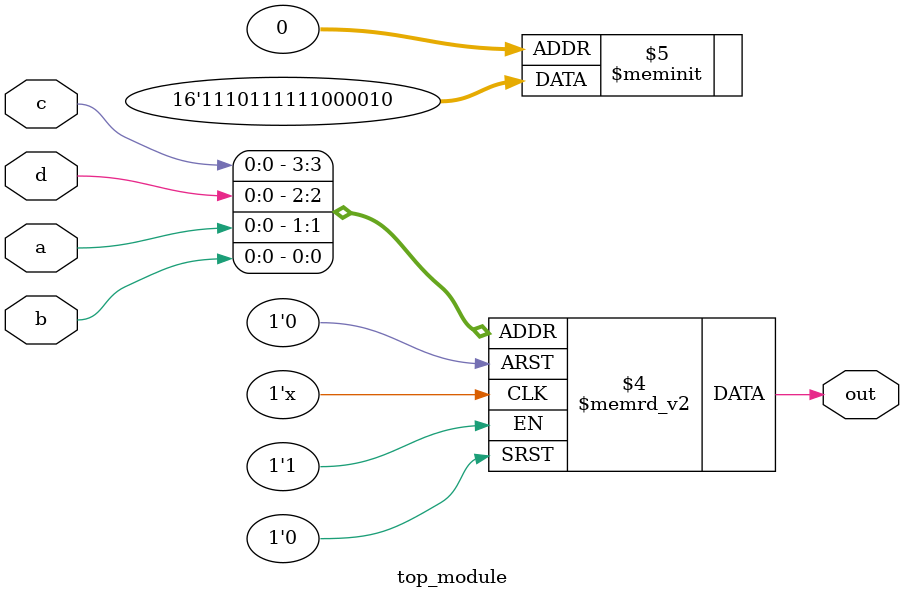
<source format=sv>
module top_module (
    input a,
    input b,
    input c,
    input d,
    output reg out
);

    always @(*) begin
        case ({c, d, a, b})
            4'b0000: out = 0;
            4'b0001: out = 1;
            4'b0010: out = 0;
            4'b0011: out = 0;
            4'b0100: out = 0;
            4'b0101: out = 0;
            4'b0110: out = 1;
            4'b0111: out = 1;
            4'b1000: out = 1;
            4'b1001: out = 1;
            4'b1010: out = 1;
            4'b1011: out = 1;
            4'b1100: out = 0;
            4'b1101: out = 1;
            4'b1110: out = 1;
            4'b1111: out = 1;
            default: out = 0; // Default case
        endcase
    end

endmodule

</source>
